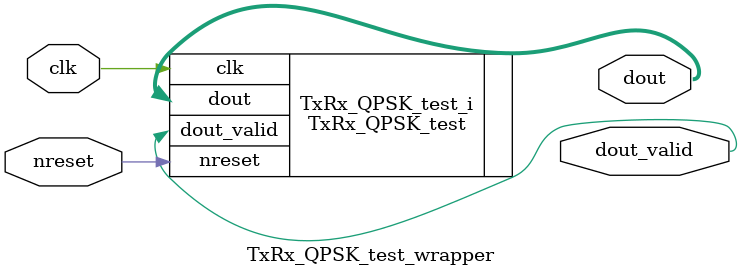
<source format=v>
`timescale 1 ps / 1 ps

module TxRx_QPSK_test_wrapper
   (clk,
    dout,
    dout_valid,
    nreset);
  input clk;
  output [7:0]dout;
  output dout_valid;
  input nreset;

  wire clk;
  wire [7:0]dout;
  wire dout_valid;
  wire nreset;

  TxRx_QPSK_test TxRx_QPSK_test_i
       (.clk(clk),
        .dout(dout),
        .dout_valid(dout_valid),
        .nreset(nreset));
endmodule

</source>
